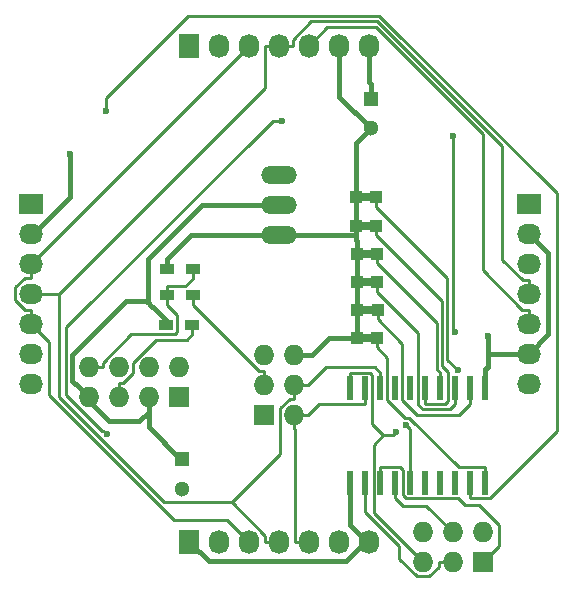
<source format=gbl>
G04 #@! TF.FileFunction,Copper,L2,Bot,Signal*
%FSLAX46Y46*%
G04 Gerber Fmt 4.6, Leading zero omitted, Abs format (unit mm)*
G04 Created by KiCad (PCBNEW (2016-01-16 BZR 6488, Git a9216b9)-product) date 1/31/2016 10:30:37 PM*
%MOMM*%
G01*
G04 APERTURE LIST*
%ADD10C,0.100000*%
%ADD11C,0.700000*%
%ADD12R,1.727200X1.727200*%
%ADD13O,1.727200X1.727200*%
%ADD14R,1.300000X1.300000*%
%ADD15C,1.300000*%
%ADD16R,0.500000X2.000000*%
%ADD17O,3.014980X1.506220*%
%ADD18R,2.032000X1.727200*%
%ADD19O,2.032000X1.727200*%
%ADD20R,1.727200X2.032000*%
%ADD21O,1.727200X2.032000*%
%ADD22R,1.200000X0.900000*%
%ADD23R,1.000000X1.000000*%
%ADD24C,0.600000*%
%ADD25C,0.400000*%
%ADD26C,0.250000*%
G04 APERTURE END LIST*
D10*
D11*
X147735000Y-91843900D02*
X146973000Y-91843900D01*
X147720000Y-94231500D02*
X146958000Y-94231500D01*
X147767000Y-96616500D02*
X147005000Y-96616500D01*
X147842000Y-99001600D02*
X147080000Y-99001600D01*
X147846000Y-101346000D02*
X147084000Y-101346000D01*
X147805000Y-103731000D02*
X147043000Y-103731000D01*
D12*
X131500000Y-108750000D03*
D13*
X131500000Y-106210000D03*
X128960000Y-108750000D03*
X128960000Y-106210000D03*
X126420000Y-108750000D03*
X126420000Y-106210000D03*
X123880000Y-108750000D03*
X123880000Y-106210000D03*
D14*
X131750000Y-114000000D03*
D15*
X131750000Y-116500000D03*
D14*
X147750000Y-83500000D03*
D15*
X147750000Y-86000000D03*
D12*
X138750000Y-110250000D03*
D13*
X141290000Y-110250000D03*
X138750000Y-107710000D03*
X141290000Y-107710000D03*
X138750000Y-105170000D03*
X141290000Y-105170000D03*
D16*
X146035000Y-108000000D03*
X147305000Y-108000000D03*
X148575000Y-108000000D03*
X149845000Y-108000000D03*
X151115000Y-108000000D03*
X152375000Y-108000000D03*
X153655000Y-108000000D03*
X154925000Y-108000000D03*
X156195000Y-108000000D03*
X157465000Y-108000000D03*
X157465000Y-116000000D03*
X156195000Y-116000000D03*
X154925000Y-116000000D03*
X153655000Y-116000000D03*
X152385000Y-116000000D03*
X151115000Y-116000000D03*
X149845000Y-116000000D03*
X148575000Y-116000000D03*
X147305000Y-116000000D03*
X146035000Y-116000000D03*
D12*
X157250000Y-122750000D03*
D13*
X157250000Y-120210000D03*
X154710000Y-122750000D03*
X154710000Y-120210000D03*
X152170000Y-122750000D03*
X152170000Y-120210000D03*
D17*
X140000000Y-95040000D03*
X140000000Y-92500000D03*
X140000000Y-89960000D03*
D18*
X161125000Y-92375000D03*
D19*
X161125000Y-94915000D03*
X161125000Y-97455000D03*
X161125000Y-99995000D03*
X161125000Y-102535000D03*
X161125000Y-105075000D03*
X161125000Y-107615000D03*
D20*
X132375000Y-79000000D03*
D21*
X134915000Y-79000000D03*
X137455000Y-79000000D03*
X139995000Y-79000000D03*
X142535000Y-79000000D03*
X145075000Y-79000000D03*
X147615000Y-79000000D03*
D20*
X132375000Y-121000000D03*
D21*
X134915000Y-121000000D03*
X137455000Y-121000000D03*
X139995000Y-121000000D03*
X142535000Y-121000000D03*
X145075000Y-121000000D03*
X147615000Y-121000000D03*
D18*
X119000000Y-92375000D03*
D19*
X119000000Y-94915000D03*
X119000000Y-97455000D03*
X119000000Y-99995000D03*
X119000000Y-102535000D03*
X119000000Y-105075000D03*
X119000000Y-107615000D03*
D22*
X130431000Y-102680000D03*
X132631000Y-102680000D03*
X132703000Y-100150000D03*
X130503000Y-100150000D03*
X132705000Y-97947500D03*
X130505000Y-97947500D03*
D23*
X148224000Y-91843900D03*
X146524000Y-91843900D03*
X148209000Y-94231500D03*
X146509000Y-94231500D03*
X148256000Y-96616500D03*
X146556000Y-96616500D03*
X148331000Y-99001600D03*
X146631000Y-99001600D03*
X148335000Y-101346000D03*
X146635000Y-101346000D03*
X148294000Y-103731000D03*
X146594000Y-103731000D03*
D24*
X157671200Y-103616000D03*
X122282500Y-88187500D03*
X155137300Y-106484400D03*
X150774000Y-111109100D03*
X149860600Y-111734400D03*
X125325000Y-84500000D03*
X125405300Y-111885600D03*
X140279400Y-85375100D03*
X154881900Y-103246100D03*
X154746800Y-86609200D03*
D25*
X130431000Y-102680000D02*
X130431000Y-102237000D01*
X130431000Y-102237000D02*
X129319200Y-101125200D01*
X129270940Y-101125200D02*
X128775460Y-100629720D01*
X122499120Y-105199180D02*
X122499120Y-107369120D01*
X129319200Y-101125200D02*
X129270940Y-101125200D01*
X128775460Y-100629720D02*
X127068580Y-100629720D01*
X127068580Y-100629720D02*
X122499120Y-105199180D01*
X122499120Y-107369120D02*
X123016401Y-107886401D01*
X123016401Y-107886401D02*
X123880000Y-108750000D01*
X140000000Y-92500000D02*
X133491420Y-92500000D01*
X133491420Y-92500000D02*
X128902460Y-97088960D01*
X128902460Y-97088960D02*
X128902460Y-100662740D01*
X128902460Y-100662740D02*
X128823720Y-100741480D01*
X128960000Y-109983700D02*
X128179380Y-110764320D01*
X128179380Y-110764320D02*
X125572520Y-110764320D01*
X125572520Y-110764320D02*
X123880000Y-109071800D01*
X123880000Y-109071800D02*
X123880000Y-108750000D01*
X131750000Y-114000000D02*
X131640300Y-114000000D01*
X131640300Y-114000000D02*
X128960000Y-111319700D01*
X128960000Y-111319700D02*
X128960000Y-109983700D01*
X128960000Y-109983700D02*
X128960000Y-108750000D01*
X130505000Y-97097500D02*
X130505000Y-97947500D01*
X132562500Y-95040000D02*
X130505000Y-97097500D01*
X140000000Y-95040000D02*
X132562500Y-95040000D01*
X146631000Y-99001600D02*
X146631000Y-97901300D01*
X146631000Y-100241700D02*
X146631000Y-99001600D01*
X146635000Y-100245700D02*
X146631000Y-100241700D01*
X146635000Y-101346000D02*
X146635000Y-100245700D01*
X146635000Y-101346000D02*
X146635000Y-102446300D01*
X146594000Y-102487300D02*
X146635000Y-102446300D01*
X146594000Y-103731000D02*
X146594000Y-102487300D01*
X141290000Y-105170000D02*
X142753900Y-105170000D01*
X144192900Y-103731000D02*
X142753900Y-105170000D01*
X146594000Y-103731000D02*
X144192900Y-103731000D01*
X146556000Y-97826300D02*
X146556000Y-96616500D01*
X146631000Y-97901300D02*
X146556000Y-97826300D01*
X146556000Y-96616500D02*
X146556000Y-95516200D01*
X146509000Y-92959200D02*
X146524000Y-92944200D01*
X146509000Y-94231500D02*
X146509000Y-92959200D01*
X146524000Y-91843900D02*
X146524000Y-92944200D01*
X140000000Y-95040000D02*
X142107800Y-95040000D01*
X146509000Y-95040000D02*
X142107800Y-95040000D01*
X146509000Y-95469200D02*
X146509000Y-95040000D01*
X146556000Y-95516200D02*
X146509000Y-95469200D01*
X146509000Y-95040000D02*
X146509000Y-94231500D01*
X146524000Y-87226000D02*
X147750000Y-86000000D01*
X146524000Y-91843900D02*
X146524000Y-87226000D01*
X145075000Y-83325000D02*
X145075000Y-79000000D01*
X147750000Y-86000000D02*
X145075000Y-83325000D01*
X157465000Y-108000000D02*
X157465000Y-106399700D01*
X157671200Y-105075000D02*
X159508700Y-105075000D01*
X157671200Y-106193500D02*
X157671200Y-105075000D01*
X157465000Y-106399700D02*
X157671200Y-106193500D01*
X157671200Y-105075000D02*
X157671200Y-103616000D01*
X160683400Y-105075000D02*
X159508700Y-105075000D01*
X160683400Y-105075000D02*
X161125000Y-105075000D01*
X162767400Y-96557400D02*
X161125000Y-94915000D01*
X162767400Y-103432600D02*
X162767400Y-96557400D01*
X161125000Y-105075000D02*
X162767400Y-103432600D01*
X122282500Y-91821800D02*
X122282500Y-88187500D01*
X119189300Y-94915000D02*
X122282500Y-91821800D01*
X119000000Y-94915000D02*
X119189300Y-94915000D01*
X147615000Y-82114700D02*
X147750000Y-82249700D01*
X147615000Y-79000000D02*
X147615000Y-82114700D01*
X147750000Y-83500000D02*
X147750000Y-82249700D01*
X147518900Y-120903900D02*
X147394200Y-120903900D01*
X147615000Y-121000000D02*
X147518900Y-120903900D01*
X146035000Y-119544700D02*
X147394200Y-120903900D01*
X146035000Y-116000000D02*
X146035000Y-119544700D01*
X134031600Y-122656600D02*
X132375000Y-121000000D01*
X145641500Y-122656600D02*
X134031600Y-122656600D01*
X147394200Y-120903900D02*
X145641500Y-122656600D01*
D26*
X151115000Y-111450100D02*
X151115000Y-116000000D01*
X150774000Y-111109100D02*
X151115000Y-111450100D01*
X154230500Y-105577600D02*
X155137300Y-106484400D01*
X154230500Y-98675700D02*
X154230500Y-105577600D01*
X148224000Y-92669200D02*
X154230500Y-98675700D01*
X148224000Y-91843900D02*
X148224000Y-92669200D01*
X148209000Y-94231500D02*
X148209000Y-95056800D01*
X152375000Y-108000000D02*
X152375000Y-109325300D01*
X154043700Y-109325300D02*
X152375000Y-109325300D01*
X154290000Y-109079000D02*
X154043700Y-109325300D01*
X154290000Y-106664400D02*
X154290000Y-109079000D01*
X153780100Y-106154500D02*
X154290000Y-106664400D01*
X153780100Y-100627900D02*
X153780100Y-106154500D01*
X148209000Y-95056800D02*
X153780100Y-100627900D01*
X148256000Y-96616500D02*
X148256000Y-97441800D01*
X153655000Y-108000000D02*
X153655000Y-106674700D01*
X153329800Y-106349500D02*
X153655000Y-106674700D01*
X153329800Y-102515600D02*
X153329800Y-106349500D01*
X148256000Y-97441800D02*
X153329800Y-102515600D01*
X154450900Y-109799400D02*
X154925000Y-109325300D01*
X152193300Y-109799400D02*
X154450900Y-109799400D01*
X151793800Y-109399900D02*
X152193300Y-109799400D01*
X151793800Y-103289700D02*
X151793800Y-109399900D01*
X148331000Y-99826900D02*
X151793800Y-103289700D01*
X148331000Y-99001600D02*
X148331000Y-99826900D01*
X154925000Y-108000000D02*
X154925000Y-109325300D01*
X155262100Y-110258200D02*
X156195000Y-109325300D01*
X151659000Y-110258200D02*
X155262100Y-110258200D01*
X150420400Y-109019600D02*
X151659000Y-110258200D01*
X150420400Y-104256700D02*
X150420400Y-109019600D01*
X148335000Y-102171300D02*
X150420400Y-104256700D01*
X148335000Y-101346000D02*
X148335000Y-102171300D01*
X156195000Y-108000000D02*
X156195000Y-109325300D01*
X148294000Y-103731000D02*
X148294000Y-104556300D01*
X157465000Y-116000000D02*
X157465000Y-114674700D01*
X149150400Y-105412700D02*
X148294000Y-104556300D01*
X149150400Y-109016000D02*
X149150400Y-105412700D01*
X150618200Y-110483800D02*
X149150400Y-109016000D01*
X151033100Y-110483800D02*
X150618200Y-110483800D01*
X155224000Y-114674700D02*
X151033100Y-110483800D01*
X157465000Y-114674700D02*
X155224000Y-114674700D01*
X126420000Y-108750000D02*
X126420000Y-107561100D01*
X132631000Y-102680000D02*
X132631000Y-103455300D01*
X132180700Y-103905600D02*
X132631000Y-103455300D01*
X129575700Y-103905600D02*
X132180700Y-103905600D01*
X127608900Y-105872400D02*
X129575700Y-103905600D01*
X127608900Y-106743800D02*
X127608900Y-105872400D01*
X126791600Y-107561100D02*
X127608900Y-106743800D01*
X126420000Y-107561100D02*
X126791600Y-107561100D01*
X125068900Y-105838500D02*
X125068900Y-106210000D01*
X127452100Y-103455300D02*
X125068900Y-105838500D01*
X131172400Y-103455300D02*
X127452100Y-103455300D01*
X131389900Y-103237800D02*
X131172400Y-103455300D01*
X131389900Y-101812200D02*
X131389900Y-103237800D01*
X130503000Y-100925300D02*
X131389900Y-101812200D01*
X130503000Y-100150000D02*
X130503000Y-100925300D01*
X123880000Y-106210000D02*
X125068900Y-106210000D01*
X132053100Y-99374700D02*
X130503000Y-99374700D01*
X132705000Y-98722800D02*
X132053100Y-99374700D01*
X132705000Y-97947500D02*
X132705000Y-98722800D01*
X130503000Y-100150000D02*
X130503000Y-99374700D01*
X119000000Y-97455000D02*
X137455000Y-79000000D01*
X118479900Y-98643900D02*
X119000000Y-98643900D01*
X117649000Y-99474800D02*
X118479900Y-98643900D01*
X117649000Y-100515200D02*
X117649000Y-99474800D01*
X118479900Y-101346100D02*
X117649000Y-100515200D01*
X119000000Y-101346100D02*
X118479900Y-101346100D01*
X119000000Y-102535000D02*
X119000000Y-101346100D01*
X119000000Y-97455000D02*
X119000000Y-98643900D01*
X135609500Y-119154500D02*
X137455000Y-121000000D01*
X131135400Y-119154500D02*
X135609500Y-119154500D01*
X120541400Y-108560500D02*
X131135400Y-119154500D01*
X120541400Y-104076400D02*
X120541400Y-108560500D01*
X119000000Y-102535000D02*
X120541400Y-104076400D01*
X141346100Y-111495000D02*
X141290000Y-111438900D01*
X141346100Y-121000000D02*
X141346100Y-111495000D01*
X142535000Y-121000000D02*
X141346100Y-121000000D01*
X141290000Y-110250000D02*
X141290000Y-111438900D01*
X143403600Y-109325300D02*
X142478900Y-110250000D01*
X147305000Y-109325300D02*
X143403600Y-109325300D01*
X147305000Y-108000000D02*
X147305000Y-109325300D01*
X141290000Y-110250000D02*
X142478900Y-110250000D01*
X160604900Y-101346100D02*
X161125000Y-101346100D01*
X157234200Y-97975400D02*
X160604900Y-101346100D01*
X157234200Y-86502500D02*
X157234200Y-97975400D01*
X148175200Y-77443500D02*
X157234200Y-86502500D01*
X144091500Y-77443500D02*
X148175200Y-77443500D01*
X142535000Y-79000000D02*
X144091500Y-77443500D01*
X161125000Y-102535000D02*
X161125000Y-101346100D01*
X138298800Y-106521100D02*
X132703000Y-100925300D01*
X138750000Y-106521100D02*
X138298800Y-106521100D01*
X138750000Y-107710000D02*
X138750000Y-106521100D01*
X132703000Y-100150000D02*
X132703000Y-100925300D01*
X141290000Y-107710000D02*
X142478900Y-107710000D01*
X148575000Y-108000000D02*
X148575000Y-106674700D01*
X143964500Y-106224400D02*
X142478900Y-107710000D01*
X148124700Y-106224400D02*
X143964500Y-106224400D01*
X148575000Y-106674700D02*
X148124700Y-106224400D01*
X119000000Y-99995000D02*
X120341300Y-99995000D01*
X161125000Y-99995000D02*
X161125000Y-98806100D01*
X139995000Y-121000000D02*
X138806100Y-121000000D01*
X120341300Y-99995000D02*
X121391100Y-99995000D01*
X141290000Y-107710000D02*
X141290000Y-108898900D01*
X140918400Y-108898900D02*
X141290000Y-108898900D01*
X140101100Y-109716200D02*
X140918400Y-108898900D01*
X140101100Y-113575900D02*
X140101100Y-109716200D01*
X136001600Y-117675400D02*
X140101100Y-113575900D01*
X130293400Y-117675400D02*
X136001600Y-117675400D01*
X121391100Y-108773100D02*
X130293400Y-117675400D01*
X121391100Y-99995000D02*
X121391100Y-108773100D01*
X138806100Y-120479900D02*
X138806100Y-121000000D01*
X136001600Y-117675400D02*
X138806100Y-120479900D01*
X138806100Y-82580000D02*
X121391100Y-99995000D01*
X138806100Y-79000000D02*
X138806100Y-82580000D01*
X160608900Y-98806100D02*
X161125000Y-98806100D01*
X158909100Y-97106300D02*
X160608900Y-98806100D01*
X158909100Y-87536400D02*
X158909100Y-97106300D01*
X148315600Y-76942900D02*
X158909100Y-87536400D01*
X142720900Y-76942900D02*
X148315600Y-76942900D01*
X141183900Y-78479900D02*
X142720900Y-76942900D01*
X141183900Y-79000000D02*
X141183900Y-78479900D01*
X139995000Y-79000000D02*
X141183900Y-79000000D01*
X139995000Y-79000000D02*
X138806100Y-79000000D01*
X146035000Y-108000000D02*
X146035000Y-106674700D01*
X147999600Y-118579600D02*
X152170000Y-122750000D01*
X147999600Y-112818900D02*
X147999600Y-118579600D01*
X148834100Y-111984400D02*
X147999600Y-112818900D01*
X147880300Y-111030600D02*
X148834100Y-111984400D01*
X147880300Y-106865200D02*
X147880300Y-111030600D01*
X147689800Y-106674700D02*
X147880300Y-106865200D01*
X146035000Y-106674700D02*
X147689800Y-106674700D01*
X149610600Y-111984400D02*
X149860600Y-111734400D01*
X148834100Y-111984400D02*
X149610600Y-111984400D01*
X125325000Y-83398900D02*
X125325000Y-84500000D01*
X132271500Y-76452400D02*
X125325000Y-83398900D01*
X148498500Y-76452400D02*
X132271500Y-76452400D01*
X163533000Y-91486900D02*
X148498500Y-76452400D01*
X163533000Y-111654800D02*
X163533000Y-91486900D01*
X157862500Y-117325300D02*
X163533000Y-111654800D01*
X156195000Y-117325300D02*
X157862500Y-117325300D01*
X156195000Y-116000000D02*
X156195000Y-117325300D01*
X149845000Y-116000000D02*
X149845000Y-117325300D01*
X152458800Y-117958800D02*
X154710000Y-120210000D01*
X150478500Y-117958800D02*
X152458800Y-117958800D01*
X149845000Y-117325300D02*
X150478500Y-117958800D01*
X158644500Y-121355500D02*
X157250000Y-122750000D01*
X158644500Y-119612800D02*
X158644500Y-121355500D01*
X156918600Y-117886900D02*
X158644500Y-119612800D01*
X155732000Y-117886900D02*
X156918600Y-117886900D01*
X155170400Y-117325300D02*
X155732000Y-117886900D01*
X150721700Y-117325300D02*
X155170400Y-117325300D01*
X150480000Y-117083600D02*
X150721700Y-117325300D01*
X150480000Y-114909300D02*
X150480000Y-117083600D01*
X150245400Y-114674700D02*
X150480000Y-114909300D01*
X148575000Y-114674700D02*
X150245400Y-114674700D01*
X148575000Y-116000000D02*
X148575000Y-114674700D01*
X153521100Y-123121600D02*
X153521100Y-122750000D01*
X152703800Y-123938900D02*
X153521100Y-123121600D01*
X151644000Y-123938900D02*
X152703800Y-123938900D01*
X150157600Y-122452500D02*
X151644000Y-123938900D01*
X150157600Y-121374500D02*
X150157600Y-122452500D01*
X147305000Y-118521900D02*
X150157600Y-121374500D01*
X147305000Y-116000000D02*
X147305000Y-118521900D01*
X154710000Y-122750000D02*
X153521100Y-122750000D01*
X139457283Y-85375100D02*
X139855136Y-85375100D01*
X121974109Y-102858274D02*
X139457283Y-85375100D01*
X121974109Y-108573709D02*
X121974109Y-102858274D01*
X124986001Y-111585601D02*
X121974109Y-108573709D01*
X125105301Y-111585601D02*
X124986001Y-111585601D01*
X125405300Y-111885600D02*
X125105301Y-111585601D01*
X139855136Y-85375100D02*
X140279400Y-85375100D01*
X154746800Y-103111000D02*
X154881900Y-103246100D01*
X154746800Y-86609200D02*
X154746800Y-103111000D01*
M02*

</source>
